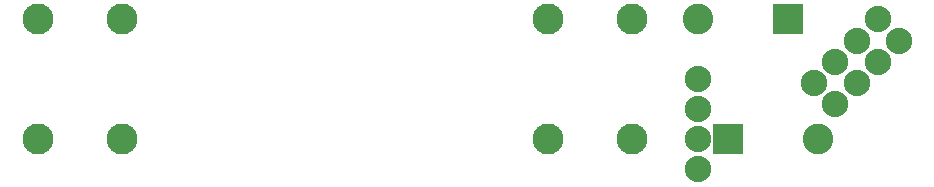
<source format=gbs>
G04 MADE WITH FRITZING*
G04 WWW.FRITZING.ORG*
G04 DOUBLE SIDED*
G04 HOLES PLATED*
G04 CONTOUR ON CENTER OF CONTOUR VECTOR*
%ASAXBY*%
%FSLAX23Y23*%
%MOIN*%
%OFA0B0*%
%SFA1.0B1.0*%
%ADD10C,0.088000*%
%ADD11C,0.102000*%
%ADD12C,0.103000*%
%ADD13R,0.102000X0.102000*%
%LNMASK0*%
G90*
G70*
G54D10*
X2919Y659D03*
X2849Y588D03*
X2778Y517D03*
X2707Y447D03*
X2919Y659D03*
X2849Y588D03*
X2778Y517D03*
X2707Y447D03*
X2778Y376D03*
X2849Y447D03*
X2919Y517D03*
X2990Y588D03*
G54D11*
X2619Y659D03*
X2319Y659D03*
G54D12*
X2099Y659D03*
X1819Y659D03*
X119Y659D03*
X399Y659D03*
X2099Y259D03*
X1819Y259D03*
X119Y259D03*
X399Y259D03*
G54D10*
X2319Y459D03*
X2319Y359D03*
X2319Y259D03*
X2319Y159D03*
G54D11*
X2419Y259D03*
X2719Y259D03*
G54D13*
X2619Y659D03*
X2419Y259D03*
G04 End of Mask0*
M02*
</source>
